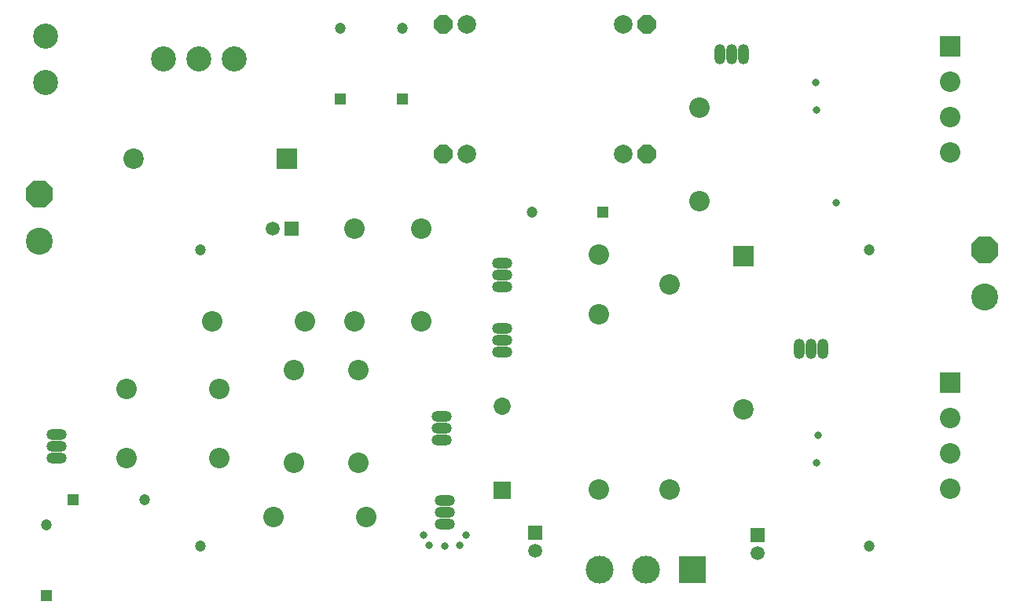
<source format=gbs>
G04*
G04 #@! TF.GenerationSoftware,Altium Limited,Altium Designer,20.0.11 (256)*
G04*
G04 Layer_Color=16711935*
%FSLAX25Y25*%
%MOIN*%
G70*
G01*
G75*
%ADD21O,0.04737X0.08674*%
%ADD22O,0.04737X0.08674*%
%ADD23O,0.08674X0.04737*%
%ADD24O,0.08674X0.04737*%
%ADD25C,0.08703*%
%ADD26R,0.07296X0.07296*%
%ADD27C,0.07296*%
%ADD28C,0.08661*%
%ADD29R,0.08661X0.08661*%
%ADD30R,0.08661X0.08661*%
%ADD31C,0.08674*%
%ADD32R,0.08674X0.08674*%
%ADD33C,0.10642*%
%ADD34P,0.12372X8X292.5*%
%ADD35C,0.11430*%
%ADD36R,0.11824X0.11824*%
%ADD37C,0.11824*%
%ADD38C,0.05918*%
%ADD39R,0.05918X0.05918*%
%ADD40C,0.04724*%
%ADD41R,0.04724X0.04724*%
%ADD42R,0.04724X0.04724*%
%ADD43P,0.08537X8X202.5*%
%ADD44C,0.07887*%
%ADD45R,0.05918X0.05918*%
%ADD46C,0.04737*%
%ADD47C,0.03162*%
D21*
X314961Y248031D02*
D03*
X309961D02*
D03*
X338425Y123031D02*
D03*
X343425D02*
D03*
D22*
X304961Y248031D02*
D03*
X348425Y123031D02*
D03*
D23*
X212598Y131890D02*
D03*
Y159606D02*
D03*
X23622Y86772D02*
D03*
X187008Y94488D02*
D03*
X188189Y48937D02*
D03*
D24*
X212598Y126890D02*
D03*
Y121890D02*
D03*
Y149606D02*
D03*
Y154606D02*
D03*
X23622Y81772D02*
D03*
Y76772D02*
D03*
X187008Y84488D02*
D03*
Y89488D02*
D03*
X188189Y53937D02*
D03*
Y58937D02*
D03*
D25*
X253518Y63450D02*
D03*
Y137859D02*
D03*
Y163056D02*
D03*
X283518Y150458D02*
D03*
Y63450D02*
D03*
D26*
X212509Y63269D02*
D03*
D27*
Y98702D02*
D03*
D28*
X56118Y203740D02*
D03*
X314959Y97434D02*
D03*
D29*
X121063Y203740D02*
D03*
D30*
X314959Y162379D02*
D03*
D31*
X402499Y221617D02*
D03*
Y236696D02*
D03*
X402559Y206693D02*
D03*
X402619Y63816D02*
D03*
X402559Y93819D02*
D03*
Y78740D02*
D03*
X296260Y186024D02*
D03*
Y225394D02*
D03*
X151575Y74698D02*
D03*
Y114068D02*
D03*
X115354Y51968D02*
D03*
X154724D02*
D03*
X53150Y76772D02*
D03*
X92520D02*
D03*
X128937Y134843D02*
D03*
X89567D02*
D03*
X178150D02*
D03*
Y174213D02*
D03*
X124016Y74698D02*
D03*
Y114068D02*
D03*
X53150Y106299D02*
D03*
X92520D02*
D03*
X149694Y134993D02*
D03*
Y174363D02*
D03*
D32*
X402559Y251693D02*
D03*
X402619Y108816D02*
D03*
D33*
X68898Y246063D02*
D03*
X18898Y255906D02*
D03*
Y236221D02*
D03*
X83858Y246063D02*
D03*
X98819D02*
D03*
D34*
X417323Y165354D02*
D03*
X16043Y188976D02*
D03*
D35*
X417323Y145354D02*
D03*
X16043Y168976D02*
D03*
D36*
X293307Y29528D02*
D03*
D37*
X273622D02*
D03*
X253937D02*
D03*
D38*
X226378Y37402D02*
D03*
X320866Y36417D02*
D03*
X115157Y174213D02*
D03*
D39*
X226378Y45276D02*
D03*
X320866Y44291D02*
D03*
D40*
X225146Y181102D02*
D03*
X60681Y59055D02*
D03*
X19291Y48476D02*
D03*
X143701Y259106D02*
D03*
X170276D02*
D03*
D41*
X255169Y181102D02*
D03*
X30658Y59055D02*
D03*
D42*
X19291Y18453D02*
D03*
X143701Y229083D02*
D03*
X170276D02*
D03*
D43*
X273780Y260827D02*
D03*
X187362D02*
D03*
X273780Y205709D02*
D03*
X187362D02*
D03*
D44*
X263779Y260827D02*
D03*
X197362D02*
D03*
X263779Y205709D02*
D03*
X197362D02*
D03*
D45*
X123031Y174213D02*
D03*
D46*
X368110Y165354D02*
D03*
X84646D02*
D03*
X368110Y39370D02*
D03*
X84646D02*
D03*
D47*
X194633Y39865D02*
D03*
X188189Y39370D02*
D03*
X197343Y44193D02*
D03*
X181496Y39764D02*
D03*
X179035Y44094D02*
D03*
X345472Y236221D02*
D03*
X354047Y185324D02*
D03*
X345822Y224410D02*
D03*
X345918Y74803D02*
D03*
X346457Y86614D02*
D03*
M02*

</source>
